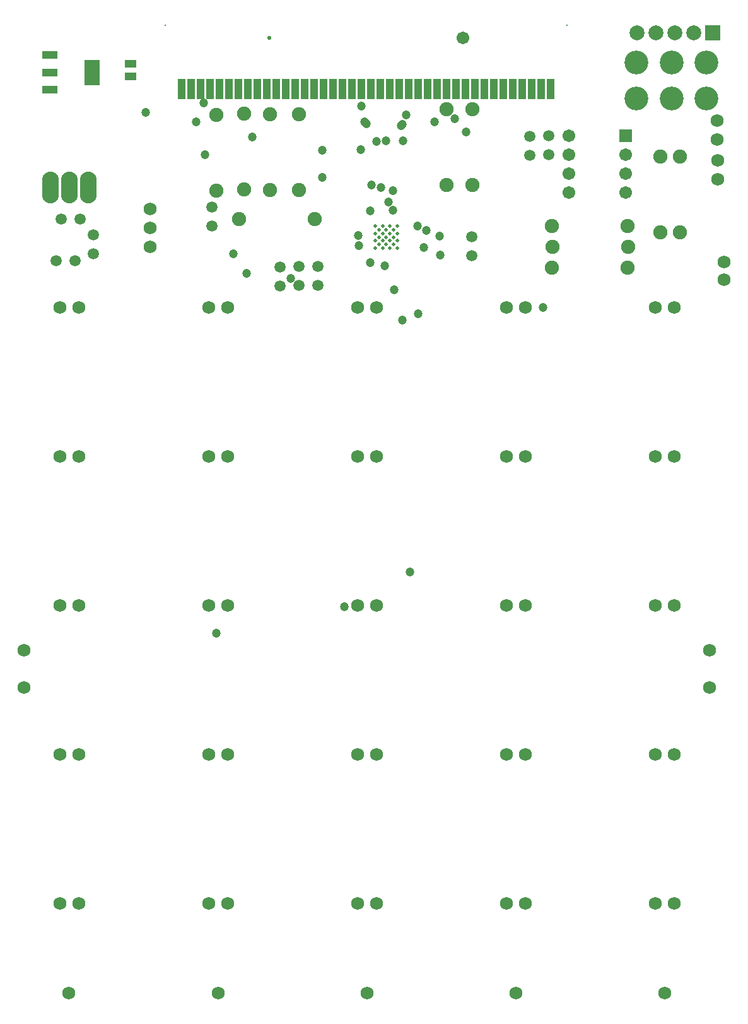
<source format=gts>
G04 Layer_Color=20142*
%FSLAX25Y25*%
%MOIN*%
G70*
G01*
G75*
%ADD38R,0.03950X0.10642*%
%ADD39R,0.08477X0.04343*%
%ADD40R,0.08477X0.13202*%
%ADD41R,0.06115X0.04147*%
%ADD42C,0.06800*%
%ADD43C,0.05918*%
%ADD44C,0.07493*%
%ADD45C,0.12611*%
%ADD46O,0.08800X0.16800*%
%ADD47C,0.06706*%
%ADD48R,0.06706X0.06706*%
%ADD49C,0.00800*%
%ADD50R,0.00800X0.00800*%
%ADD51C,0.02300*%
%ADD52R,0.07887X0.07887*%
%ADD53C,0.07887*%
%ADD54C,0.04737*%
%ADD55C,0.01981*%
D38*
X617992Y651929D02*
D03*
X622992D02*
D03*
X627992D02*
D03*
X637992D02*
D03*
X632992D02*
D03*
X607992D02*
D03*
X612992D02*
D03*
X602992D02*
D03*
X597992D02*
D03*
X592992D02*
D03*
X667992D02*
D03*
X672992D02*
D03*
X677992D02*
D03*
X687992D02*
D03*
X682992D02*
D03*
X657992D02*
D03*
X662992D02*
D03*
X652992D02*
D03*
X647992D02*
D03*
X642992D02*
D03*
X717992D02*
D03*
X722992D02*
D03*
X727992D02*
D03*
X737992D02*
D03*
X732992D02*
D03*
X707992D02*
D03*
X712992D02*
D03*
X702992D02*
D03*
X697992D02*
D03*
X692992D02*
D03*
X742992D02*
D03*
X747992D02*
D03*
X752992D02*
D03*
X762992D02*
D03*
X757992D02*
D03*
X782992D02*
D03*
X787992D02*
D03*
X777992D02*
D03*
X772992D02*
D03*
X767992D02*
D03*
D39*
X523524Y669685D02*
D03*
Y660630D02*
D03*
Y651575D02*
D03*
D40*
X545768Y660630D02*
D03*
D41*
X566142Y665059D02*
D03*
Y658563D02*
D03*
D42*
X509842Y335827D02*
D03*
X848425Y174410D02*
D03*
X872047Y335827D02*
D03*
X879528Y551181D02*
D03*
X769685Y174410D02*
D03*
X879528Y560630D02*
D03*
X533464Y174410D02*
D03*
X612205D02*
D03*
X690945D02*
D03*
X509842Y355512D02*
D03*
X872047D02*
D03*
X876378Y604173D02*
D03*
Y614173D02*
D03*
X538543Y221654D02*
D03*
X528543D02*
D03*
X617283D02*
D03*
X607283D02*
D03*
X696024D02*
D03*
X686024D02*
D03*
X774764D02*
D03*
X764764D02*
D03*
X853504D02*
D03*
X843504D02*
D03*
X538543Y300394D02*
D03*
X528543D02*
D03*
X617283D02*
D03*
X607283D02*
D03*
X696024D02*
D03*
X686024D02*
D03*
X774764D02*
D03*
X764764D02*
D03*
X853504D02*
D03*
X843504D02*
D03*
X538543Y379134D02*
D03*
X528543D02*
D03*
X617283D02*
D03*
X607283D02*
D03*
X696023D02*
D03*
X686023D02*
D03*
X774764D02*
D03*
X764764D02*
D03*
X853504D02*
D03*
X843504D02*
D03*
X538543Y457874D02*
D03*
X528543D02*
D03*
X617283D02*
D03*
X607283D02*
D03*
X696023D02*
D03*
X686023D02*
D03*
X774764D02*
D03*
X764764D02*
D03*
X853504D02*
D03*
X843504D02*
D03*
X875984Y635197D02*
D03*
Y625197D02*
D03*
X576491Y568585D02*
D03*
Y578585D02*
D03*
Y588585D02*
D03*
X538543Y536614D02*
D03*
X528543D02*
D03*
X617283Y536614D02*
D03*
X607283D02*
D03*
X696024D02*
D03*
X686024D02*
D03*
X774764Y536614D02*
D03*
X764764D02*
D03*
X853504D02*
D03*
X843504D02*
D03*
D43*
X526614Y561024D02*
D03*
X536614D02*
D03*
X746457Y573780D02*
D03*
Y563780D02*
D03*
X655118Y548268D02*
D03*
Y558268D02*
D03*
X529370Y583071D02*
D03*
X539370D02*
D03*
X546457Y564803D02*
D03*
Y574803D02*
D03*
X609055Y589528D02*
D03*
Y579528D02*
D03*
X787008Y617165D02*
D03*
Y627165D02*
D03*
X777165Y616772D02*
D03*
Y626772D02*
D03*
X664961Y548268D02*
D03*
Y558268D02*
D03*
X644882Y547874D02*
D03*
Y557874D02*
D03*
D44*
X626008Y638643D02*
D03*
Y598643D02*
D03*
X611441Y638250D02*
D03*
Y598250D02*
D03*
X655148Y598367D02*
D03*
Y638367D02*
D03*
X639794Y598367D02*
D03*
Y638367D02*
D03*
X746539Y601010D02*
D03*
Y641010D02*
D03*
X623307Y583071D02*
D03*
X663307D02*
D03*
X846063Y576063D02*
D03*
Y616063D02*
D03*
X828661Y557480D02*
D03*
X788661D02*
D03*
X733158Y601119D02*
D03*
Y641119D02*
D03*
X828974Y568314D02*
D03*
X788974D02*
D03*
X856299Y576063D02*
D03*
Y616063D02*
D03*
X788661Y579528D02*
D03*
X828661D02*
D03*
D45*
X833465Y646850D02*
D03*
X851969D02*
D03*
X870473D02*
D03*
Y665748D02*
D03*
X851969D02*
D03*
X833465D02*
D03*
D46*
X543858Y599882D02*
D03*
X533858D02*
D03*
X523858D02*
D03*
D47*
X797598Y597205D02*
D03*
Y607205D02*
D03*
Y617205D02*
D03*
Y627205D02*
D03*
X827598Y597205D02*
D03*
Y607205D02*
D03*
Y617205D02*
D03*
X741732Y678740D02*
D03*
D48*
X827598Y627205D02*
D03*
D49*
X796851Y685433D02*
D03*
D50*
X584252D02*
D03*
D51*
X639370Y678740D02*
D03*
D52*
X873622Y681496D02*
D03*
D53*
X863622D02*
D03*
X853622D02*
D03*
X843622D02*
D03*
X833622D02*
D03*
D54*
X574000Y639531D02*
D03*
X705433Y545866D02*
D03*
X700197Y558347D02*
D03*
X620200Y564900D02*
D03*
X688100Y642700D02*
D03*
X604600Y644400D02*
D03*
X709700Y529900D02*
D03*
X710100Y624626D02*
D03*
X717800Y579500D02*
D03*
X729200Y574100D02*
D03*
X726700Y634600D02*
D03*
X600600Y634500D02*
D03*
X722300Y577100D02*
D03*
X709000Y632350D02*
D03*
X709625Y632975D02*
D03*
X718000Y533000D02*
D03*
X721000Y568100D02*
D03*
X711800Y638000D02*
D03*
X737500Y636200D02*
D03*
X729700Y564300D02*
D03*
X783886Y536614D02*
D03*
X692700Y560000D02*
D03*
Y587400D02*
D03*
X650626Y551650D02*
D03*
X627200Y554600D02*
D03*
X667300Y605100D02*
D03*
Y619600D02*
D03*
X605500Y617200D02*
D03*
X693400Y601000D02*
D03*
X700900Y624626D02*
D03*
X704700Y598250D02*
D03*
X713597Y396708D02*
D03*
X630400Y626500D02*
D03*
X702300Y592000D02*
D03*
X696000Y624000D02*
D03*
X704600Y587700D02*
D03*
X690600Y633626D02*
D03*
X689600Y634500D02*
D03*
X686300Y574450D02*
D03*
X687550Y619700D02*
D03*
X698500Y599900D02*
D03*
X686600Y569200D02*
D03*
X743500Y629100D02*
D03*
X611300Y364500D02*
D03*
X679000Y378500D02*
D03*
D55*
X705118Y569685D02*
D03*
X701181D02*
D03*
X697244D02*
D03*
Y577559D02*
D03*
X701181D02*
D03*
X705118D02*
D03*
Y573622D02*
D03*
X701181D02*
D03*
X697244D02*
D03*
X695275Y575590D02*
D03*
X699212D02*
D03*
X707086D02*
D03*
X703149D02*
D03*
Y579527D02*
D03*
X707086D02*
D03*
X699212D02*
D03*
X695275D02*
D03*
Y571653D02*
D03*
X699212D02*
D03*
X707086D02*
D03*
X703149D02*
D03*
Y567716D02*
D03*
X707086D02*
D03*
X699212D02*
D03*
X695275D02*
D03*
M02*

</source>
